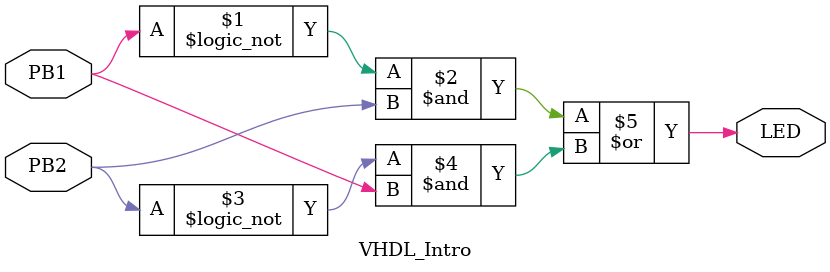
<source format=v>
module VHDL_Intro ( PB1, PB2, LED );
	input PB1, PB2;
	output LED;

	assign LED = ( ! PB1 & PB2 ) | ( ! PB2 & PB1 );
	
endmodule
</source>
